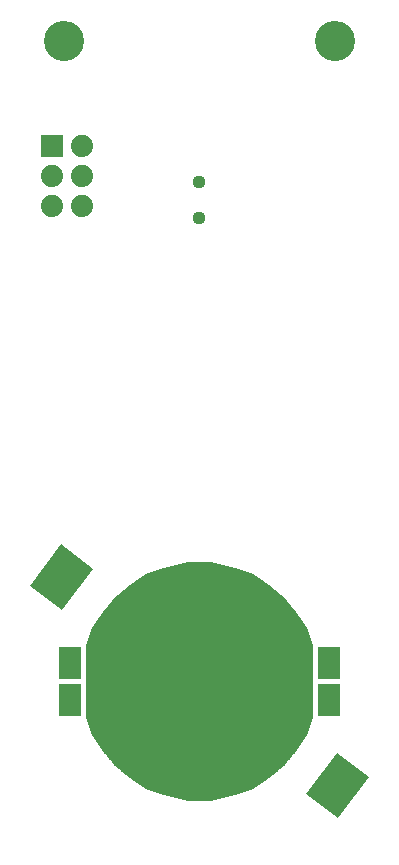
<source format=gbr>
G75*
%MOIN*%
%OFA0B0*%
%FSLAX25Y25*%
%IPPOS*%
%LPD*%
%AMOC8*
5,1,8,0,0,1.08239X$1,22.5*
%
%ADD10C,0.13398*%
%ADD11R,0.07800X0.10800*%
%ADD12C,0.32296*%
%ADD13C,0.00500*%
%ADD14R,0.07400X0.07400*%
%ADD15C,0.07400*%
%ADD16R,0.13398X0.17335*%
%ADD17C,0.04400*%
D10*
X0013780Y0261811D03*
X0104331Y0261811D03*
D11*
X0102362Y0054331D03*
X0015748Y0054331D03*
X0102362Y0042126D03*
X0015748Y0042126D03*
D12*
X0059055Y0048228D03*
D13*
X0059055Y0087598D02*
X0062992Y0087598D01*
X0070866Y0085630D01*
X0076772Y0083661D01*
X0082677Y0079724D01*
X0087008Y0076181D01*
X0090551Y0071850D01*
X0094488Y0065945D01*
X0096457Y0060039D01*
X0096457Y0048228D01*
X0059055Y0048228D01*
X0059055Y0087598D01*
X0059055Y0048356D02*
X0096457Y0048356D01*
X0096457Y0048854D02*
X0059055Y0048854D01*
X0059055Y0049353D02*
X0096457Y0049353D01*
X0096457Y0049851D02*
X0059055Y0049851D01*
X0059055Y0050350D02*
X0096457Y0050350D01*
X0096457Y0050848D02*
X0059055Y0050848D01*
X0059055Y0051347D02*
X0096457Y0051347D01*
X0096457Y0051845D02*
X0059055Y0051845D01*
X0059055Y0052344D02*
X0096457Y0052344D01*
X0096457Y0052842D02*
X0059055Y0052842D01*
X0059055Y0053341D02*
X0096457Y0053341D01*
X0096457Y0053839D02*
X0059055Y0053839D01*
X0059055Y0054338D02*
X0096457Y0054338D01*
X0096457Y0054836D02*
X0059055Y0054836D01*
X0059055Y0055335D02*
X0096457Y0055335D01*
X0096457Y0055833D02*
X0059055Y0055833D01*
X0059055Y0056332D02*
X0096457Y0056332D01*
X0096457Y0056830D02*
X0059055Y0056830D01*
X0059055Y0057329D02*
X0096457Y0057329D01*
X0096457Y0057827D02*
X0059055Y0057827D01*
X0059055Y0058326D02*
X0096457Y0058326D01*
X0096457Y0058824D02*
X0059055Y0058824D01*
X0059055Y0059323D02*
X0096457Y0059323D01*
X0096457Y0059821D02*
X0059055Y0059821D01*
X0059055Y0060320D02*
X0096363Y0060320D01*
X0096197Y0060818D02*
X0059055Y0060818D01*
X0059055Y0061317D02*
X0096031Y0061317D01*
X0095865Y0061815D02*
X0059055Y0061815D01*
X0059055Y0062314D02*
X0095699Y0062314D01*
X0095532Y0062812D02*
X0059055Y0062812D01*
X0059055Y0063311D02*
X0095366Y0063311D01*
X0095200Y0063809D02*
X0059055Y0063809D01*
X0059055Y0064308D02*
X0095034Y0064308D01*
X0094868Y0064806D02*
X0059055Y0064806D01*
X0059055Y0065305D02*
X0094701Y0065305D01*
X0094535Y0065803D02*
X0059055Y0065803D01*
X0059055Y0066302D02*
X0094250Y0066302D01*
X0093918Y0066801D02*
X0059055Y0066801D01*
X0059055Y0067299D02*
X0093585Y0067299D01*
X0093253Y0067798D02*
X0059055Y0067798D01*
X0059055Y0068296D02*
X0092921Y0068296D01*
X0092588Y0068795D02*
X0059055Y0068795D01*
X0059055Y0069293D02*
X0092256Y0069293D01*
X0091924Y0069792D02*
X0059055Y0069792D01*
X0059055Y0070290D02*
X0091591Y0070290D01*
X0091259Y0070789D02*
X0059055Y0070789D01*
X0059055Y0071287D02*
X0090927Y0071287D01*
X0090594Y0071786D02*
X0059055Y0071786D01*
X0059055Y0072284D02*
X0090196Y0072284D01*
X0089788Y0072783D02*
X0059055Y0072783D01*
X0059055Y0073281D02*
X0089381Y0073281D01*
X0088973Y0073780D02*
X0059055Y0073780D01*
X0059055Y0074278D02*
X0088565Y0074278D01*
X0088157Y0074777D02*
X0059055Y0074777D01*
X0059055Y0075275D02*
X0087749Y0075275D01*
X0087341Y0075774D02*
X0059055Y0075774D01*
X0059055Y0076272D02*
X0086896Y0076272D01*
X0086287Y0076771D02*
X0059055Y0076771D01*
X0059055Y0077269D02*
X0085678Y0077269D01*
X0085069Y0077768D02*
X0059055Y0077768D01*
X0059055Y0078266D02*
X0084459Y0078266D01*
X0083850Y0078765D02*
X0059055Y0078765D01*
X0059055Y0079263D02*
X0083241Y0079263D01*
X0082621Y0079762D02*
X0059055Y0079762D01*
X0059055Y0080260D02*
X0081873Y0080260D01*
X0081126Y0080759D02*
X0059055Y0080759D01*
X0059055Y0081257D02*
X0080378Y0081257D01*
X0079630Y0081756D02*
X0059055Y0081756D01*
X0059055Y0082254D02*
X0078882Y0082254D01*
X0078134Y0082753D02*
X0059055Y0082753D01*
X0059055Y0083251D02*
X0077387Y0083251D01*
X0076506Y0083750D02*
X0059055Y0083750D01*
X0059055Y0084248D02*
X0075011Y0084248D01*
X0073515Y0084747D02*
X0059055Y0084747D01*
X0059055Y0085245D02*
X0072020Y0085245D01*
X0070410Y0085744D02*
X0059055Y0085744D01*
X0059055Y0086242D02*
X0068416Y0086242D01*
X0066422Y0086741D02*
X0059055Y0086741D01*
X0059055Y0087239D02*
X0064428Y0087239D01*
X0059055Y0008858D02*
X0055118Y0008858D01*
X0047244Y0010827D01*
X0041339Y0012795D01*
X0035433Y0016732D01*
X0031102Y0020276D01*
X0027559Y0024606D01*
X0023622Y0030512D01*
X0021654Y0036417D01*
X0021654Y0048228D01*
X0059055Y0048228D01*
X0059055Y0008858D01*
X0059055Y0008973D02*
X0054658Y0008973D01*
X0052664Y0009472D02*
X0059055Y0009472D01*
X0059055Y0009970D02*
X0050670Y0009970D01*
X0048676Y0010469D02*
X0059055Y0010469D01*
X0059055Y0010967D02*
X0046823Y0010967D01*
X0045327Y0011466D02*
X0059055Y0011466D01*
X0059055Y0011964D02*
X0043832Y0011964D01*
X0042336Y0012463D02*
X0059055Y0012463D01*
X0059055Y0012961D02*
X0041090Y0012961D01*
X0040342Y0013460D02*
X0059055Y0013460D01*
X0059055Y0013958D02*
X0039594Y0013958D01*
X0038846Y0014457D02*
X0059055Y0014457D01*
X0059055Y0014955D02*
X0038098Y0014955D01*
X0037351Y0015454D02*
X0059055Y0015454D01*
X0059055Y0015952D02*
X0036603Y0015952D01*
X0035855Y0016451D02*
X0059055Y0016451D01*
X0059055Y0016949D02*
X0035168Y0016949D01*
X0034558Y0017448D02*
X0059055Y0017448D01*
X0059055Y0017946D02*
X0033949Y0017946D01*
X0033340Y0018445D02*
X0059055Y0018445D01*
X0059055Y0018943D02*
X0032731Y0018943D01*
X0032121Y0019442D02*
X0059055Y0019442D01*
X0059055Y0019940D02*
X0031512Y0019940D01*
X0030969Y0020439D02*
X0059055Y0020439D01*
X0059055Y0020937D02*
X0030561Y0020937D01*
X0030153Y0021436D02*
X0059055Y0021436D01*
X0059055Y0021934D02*
X0029745Y0021934D01*
X0029337Y0022433D02*
X0059055Y0022433D01*
X0059055Y0022932D02*
X0028929Y0022932D01*
X0028521Y0023430D02*
X0059055Y0023430D01*
X0059055Y0023929D02*
X0028114Y0023929D01*
X0027706Y0024427D02*
X0059055Y0024427D01*
X0059055Y0024926D02*
X0027346Y0024926D01*
X0027014Y0025424D02*
X0059055Y0025424D01*
X0059055Y0025923D02*
X0026682Y0025923D01*
X0026349Y0026421D02*
X0059055Y0026421D01*
X0059055Y0026920D02*
X0026017Y0026920D01*
X0025685Y0027418D02*
X0059055Y0027418D01*
X0059055Y0027917D02*
X0025352Y0027917D01*
X0025020Y0028415D02*
X0059055Y0028415D01*
X0059055Y0028914D02*
X0024687Y0028914D01*
X0024355Y0029412D02*
X0059055Y0029412D01*
X0059055Y0029911D02*
X0024023Y0029911D01*
X0023690Y0030409D02*
X0059055Y0030409D01*
X0059055Y0030908D02*
X0023490Y0030908D01*
X0023324Y0031406D02*
X0059055Y0031406D01*
X0059055Y0031905D02*
X0023158Y0031905D01*
X0022992Y0032403D02*
X0059055Y0032403D01*
X0059055Y0032902D02*
X0022825Y0032902D01*
X0022659Y0033400D02*
X0059055Y0033400D01*
X0059055Y0033899D02*
X0022493Y0033899D01*
X0022327Y0034397D02*
X0059055Y0034397D01*
X0059055Y0034896D02*
X0022161Y0034896D01*
X0021995Y0035394D02*
X0059055Y0035394D01*
X0059055Y0035893D02*
X0021828Y0035893D01*
X0021662Y0036391D02*
X0059055Y0036391D01*
X0059055Y0036890D02*
X0021654Y0036890D01*
X0021654Y0037388D02*
X0059055Y0037388D01*
X0059055Y0037887D02*
X0021654Y0037887D01*
X0021654Y0038385D02*
X0059055Y0038385D01*
X0059055Y0038884D02*
X0021654Y0038884D01*
X0021654Y0039382D02*
X0059055Y0039382D01*
X0059055Y0039881D02*
X0021654Y0039881D01*
X0021654Y0040379D02*
X0059055Y0040379D01*
X0059055Y0040878D02*
X0021654Y0040878D01*
X0021654Y0041376D02*
X0059055Y0041376D01*
X0059055Y0041875D02*
X0021654Y0041875D01*
X0021654Y0042373D02*
X0059055Y0042373D01*
X0059055Y0042872D02*
X0021654Y0042872D01*
X0021654Y0043370D02*
X0059055Y0043370D01*
X0059055Y0043869D02*
X0021654Y0043869D01*
X0021654Y0044368D02*
X0059055Y0044368D01*
X0059055Y0044866D02*
X0021654Y0044866D01*
X0021654Y0045365D02*
X0059055Y0045365D01*
X0059055Y0045863D02*
X0021654Y0045863D01*
X0021654Y0046362D02*
X0059055Y0046362D01*
X0059055Y0046860D02*
X0021654Y0046860D01*
X0021654Y0047359D02*
X0059055Y0047359D01*
X0059055Y0047857D02*
X0021654Y0047857D01*
X0021654Y0048228D02*
X0021654Y0060039D01*
X0023622Y0065945D01*
X0027559Y0071850D01*
X0031102Y0076181D01*
X0035433Y0079724D01*
X0041339Y0083661D01*
X0047244Y0085630D01*
X0055118Y0087598D01*
X0059055Y0087598D01*
X0059055Y0048228D01*
X0021654Y0048228D01*
X0021654Y0048356D02*
X0059055Y0048356D01*
X0059055Y0048854D02*
X0021654Y0048854D01*
X0021654Y0049353D02*
X0059055Y0049353D01*
X0059055Y0049851D02*
X0021654Y0049851D01*
X0021654Y0050350D02*
X0059055Y0050350D01*
X0059055Y0050848D02*
X0021654Y0050848D01*
X0021654Y0051347D02*
X0059055Y0051347D01*
X0059055Y0051845D02*
X0021654Y0051845D01*
X0021654Y0052344D02*
X0059055Y0052344D01*
X0059055Y0052842D02*
X0021654Y0052842D01*
X0021654Y0053341D02*
X0059055Y0053341D01*
X0059055Y0053839D02*
X0021654Y0053839D01*
X0021654Y0054338D02*
X0059055Y0054338D01*
X0059055Y0054836D02*
X0021654Y0054836D01*
X0021654Y0055335D02*
X0059055Y0055335D01*
X0059055Y0055833D02*
X0021654Y0055833D01*
X0021654Y0056332D02*
X0059055Y0056332D01*
X0059055Y0056830D02*
X0021654Y0056830D01*
X0021654Y0057329D02*
X0059055Y0057329D01*
X0059055Y0057827D02*
X0021654Y0057827D01*
X0021654Y0058326D02*
X0059055Y0058326D01*
X0059055Y0058824D02*
X0021654Y0058824D01*
X0021654Y0059323D02*
X0059055Y0059323D01*
X0059055Y0059821D02*
X0021654Y0059821D01*
X0021747Y0060320D02*
X0059055Y0060320D01*
X0059055Y0060818D02*
X0021913Y0060818D01*
X0022079Y0061317D02*
X0059055Y0061317D01*
X0059055Y0061815D02*
X0022246Y0061815D01*
X0022412Y0062314D02*
X0059055Y0062314D01*
X0059055Y0062812D02*
X0022578Y0062812D01*
X0022744Y0063311D02*
X0059055Y0063311D01*
X0059055Y0063809D02*
X0022910Y0063809D01*
X0023076Y0064308D02*
X0059055Y0064308D01*
X0059055Y0064806D02*
X0023243Y0064806D01*
X0023409Y0065305D02*
X0059055Y0065305D01*
X0059055Y0065803D02*
X0023575Y0065803D01*
X0023860Y0066302D02*
X0059055Y0066302D01*
X0059055Y0066801D02*
X0024192Y0066801D01*
X0024525Y0067299D02*
X0059055Y0067299D01*
X0059055Y0067798D02*
X0024857Y0067798D01*
X0025189Y0068296D02*
X0059055Y0068296D01*
X0059055Y0068795D02*
X0025522Y0068795D01*
X0025854Y0069293D02*
X0059055Y0069293D01*
X0059055Y0069792D02*
X0026187Y0069792D01*
X0026519Y0070290D02*
X0059055Y0070290D01*
X0059055Y0070789D02*
X0026851Y0070789D01*
X0027184Y0071287D02*
X0059055Y0071287D01*
X0059055Y0071786D02*
X0027516Y0071786D01*
X0027914Y0072284D02*
X0059055Y0072284D01*
X0059055Y0072783D02*
X0028322Y0072783D01*
X0028730Y0073281D02*
X0059055Y0073281D01*
X0059055Y0073780D02*
X0029138Y0073780D01*
X0029545Y0074278D02*
X0059055Y0074278D01*
X0059055Y0074777D02*
X0029953Y0074777D01*
X0030361Y0075275D02*
X0059055Y0075275D01*
X0059055Y0075774D02*
X0030769Y0075774D01*
X0031214Y0076272D02*
X0059055Y0076272D01*
X0059055Y0076771D02*
X0031823Y0076771D01*
X0032432Y0077269D02*
X0059055Y0077269D01*
X0059055Y0077768D02*
X0033042Y0077768D01*
X0033651Y0078266D02*
X0059055Y0078266D01*
X0059055Y0078765D02*
X0034260Y0078765D01*
X0034869Y0079263D02*
X0059055Y0079263D01*
X0059055Y0079762D02*
X0035489Y0079762D01*
X0036237Y0080260D02*
X0059055Y0080260D01*
X0059055Y0080759D02*
X0036985Y0080759D01*
X0037732Y0081257D02*
X0059055Y0081257D01*
X0059055Y0081756D02*
X0038480Y0081756D01*
X0039228Y0082254D02*
X0059055Y0082254D01*
X0059055Y0082753D02*
X0039976Y0082753D01*
X0040724Y0083251D02*
X0059055Y0083251D01*
X0059055Y0083750D02*
X0041604Y0083750D01*
X0043100Y0084248D02*
X0059055Y0084248D01*
X0059055Y0084747D02*
X0044595Y0084747D01*
X0046091Y0085245D02*
X0059055Y0085245D01*
X0059055Y0085744D02*
X0047700Y0085744D01*
X0049694Y0086242D02*
X0059055Y0086242D01*
X0059055Y0086741D02*
X0051688Y0086741D01*
X0053682Y0087239D02*
X0059055Y0087239D01*
X0096457Y0048228D02*
X0096457Y0036417D01*
X0094488Y0030512D01*
X0090551Y0024606D01*
X0087008Y0020276D01*
X0082677Y0016732D01*
X0076772Y0012795D01*
X0070866Y0010827D01*
X0062992Y0008858D01*
X0059055Y0008858D01*
X0059055Y0048228D01*
X0096457Y0048228D01*
X0063452Y0008973D02*
X0059055Y0008973D01*
X0059055Y0009472D02*
X0065446Y0009472D01*
X0067440Y0009970D02*
X0059055Y0009970D01*
X0059055Y0010469D02*
X0069434Y0010469D01*
X0071288Y0010967D02*
X0059055Y0010967D01*
X0059055Y0011466D02*
X0072783Y0011466D01*
X0074279Y0011964D02*
X0059055Y0011964D01*
X0059055Y0012463D02*
X0075774Y0012463D01*
X0077021Y0012961D02*
X0059055Y0012961D01*
X0059055Y0013460D02*
X0077768Y0013460D01*
X0078516Y0013958D02*
X0059055Y0013958D01*
X0059055Y0014457D02*
X0079264Y0014457D01*
X0080012Y0014955D02*
X0059055Y0014955D01*
X0059055Y0015454D02*
X0080760Y0015454D01*
X0081507Y0015952D02*
X0059055Y0015952D01*
X0059055Y0016451D02*
X0082255Y0016451D01*
X0082943Y0016949D02*
X0059055Y0016949D01*
X0059055Y0017448D02*
X0083552Y0017448D01*
X0084161Y0017946D02*
X0059055Y0017946D01*
X0059055Y0018445D02*
X0084770Y0018445D01*
X0085380Y0018943D02*
X0059055Y0018943D01*
X0059055Y0019442D02*
X0085989Y0019442D01*
X0086598Y0019940D02*
X0059055Y0019940D01*
X0059055Y0020439D02*
X0087142Y0020439D01*
X0087549Y0020937D02*
X0059055Y0020937D01*
X0059055Y0021436D02*
X0087957Y0021436D01*
X0088365Y0021934D02*
X0059055Y0021934D01*
X0059055Y0022433D02*
X0088773Y0022433D01*
X0089181Y0022932D02*
X0059055Y0022932D01*
X0059055Y0023430D02*
X0089589Y0023430D01*
X0089997Y0023929D02*
X0059055Y0023929D01*
X0059055Y0024427D02*
X0090405Y0024427D01*
X0090764Y0024926D02*
X0059055Y0024926D01*
X0059055Y0025424D02*
X0091096Y0025424D01*
X0091429Y0025923D02*
X0059055Y0025923D01*
X0059055Y0026421D02*
X0091761Y0026421D01*
X0092093Y0026920D02*
X0059055Y0026920D01*
X0059055Y0027418D02*
X0092426Y0027418D01*
X0092758Y0027917D02*
X0059055Y0027917D01*
X0059055Y0028415D02*
X0093090Y0028415D01*
X0093423Y0028914D02*
X0059055Y0028914D01*
X0059055Y0029412D02*
X0093755Y0029412D01*
X0094087Y0029911D02*
X0059055Y0029911D01*
X0059055Y0030409D02*
X0094420Y0030409D01*
X0094620Y0030908D02*
X0059055Y0030908D01*
X0059055Y0031406D02*
X0094786Y0031406D01*
X0094952Y0031905D02*
X0059055Y0031905D01*
X0059055Y0032403D02*
X0095119Y0032403D01*
X0095285Y0032902D02*
X0059055Y0032902D01*
X0059055Y0033400D02*
X0095451Y0033400D01*
X0095617Y0033899D02*
X0059055Y0033899D01*
X0059055Y0034397D02*
X0095783Y0034397D01*
X0095950Y0034896D02*
X0059055Y0034896D01*
X0059055Y0035394D02*
X0096116Y0035394D01*
X0096282Y0035893D02*
X0059055Y0035893D01*
X0059055Y0036391D02*
X0096448Y0036391D01*
X0096457Y0036890D02*
X0059055Y0036890D01*
X0059055Y0037388D02*
X0096457Y0037388D01*
X0096457Y0037887D02*
X0059055Y0037887D01*
X0059055Y0038385D02*
X0096457Y0038385D01*
X0096457Y0038884D02*
X0059055Y0038884D01*
X0059055Y0039382D02*
X0096457Y0039382D01*
X0096457Y0039881D02*
X0059055Y0039881D01*
X0059055Y0040379D02*
X0096457Y0040379D01*
X0096457Y0040878D02*
X0059055Y0040878D01*
X0059055Y0041376D02*
X0096457Y0041376D01*
X0096457Y0041875D02*
X0059055Y0041875D01*
X0059055Y0042373D02*
X0096457Y0042373D01*
X0096457Y0042872D02*
X0059055Y0042872D01*
X0059055Y0043370D02*
X0096457Y0043370D01*
X0096457Y0043869D02*
X0059055Y0043869D01*
X0059055Y0044368D02*
X0096457Y0044368D01*
X0096457Y0044866D02*
X0059055Y0044866D01*
X0059055Y0045365D02*
X0096457Y0045365D01*
X0096457Y0045863D02*
X0059055Y0045863D01*
X0059055Y0046362D02*
X0096457Y0046362D01*
X0096457Y0046860D02*
X0059055Y0046860D01*
X0059055Y0047359D02*
X0096457Y0047359D01*
X0096457Y0047857D02*
X0059055Y0047857D01*
D14*
X0009764Y0226535D03*
D15*
X0019764Y0226535D03*
X0009764Y0216535D03*
X0019764Y0216535D03*
X0009764Y0206535D03*
X0019764Y0206535D03*
D16*
G36*
X0013126Y0071986D02*
X0002427Y0080049D01*
X0012858Y0093892D01*
X0023557Y0085829D01*
X0013126Y0071986D01*
G37*
G36*
X0105252Y0002564D02*
X0094553Y0010627D01*
X0104984Y0024470D01*
X0115683Y0016407D01*
X0105252Y0002564D01*
G37*
D17*
X0059055Y0202756D03*
X0059055Y0214567D03*
M02*

</source>
